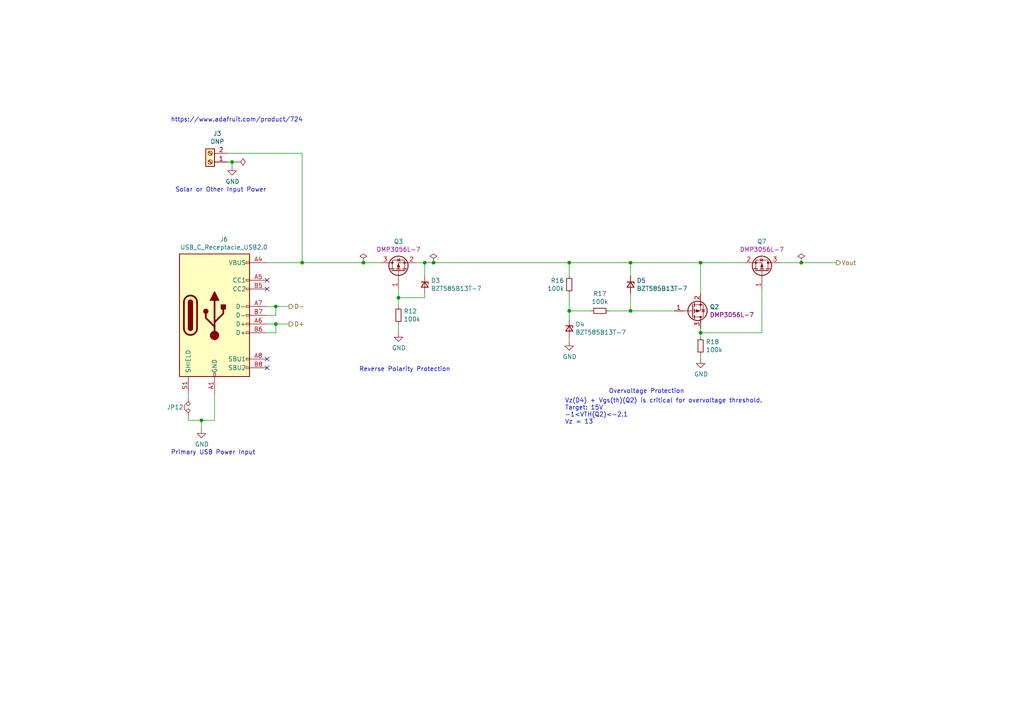
<source format=kicad_sch>
(kicad_sch (version 20210126) (generator eeschema)
  (paper "A4")
  (title_block (title "SuperPower-Leto") (date "2021-01-28") (rev "0.1") (company "SuperPower Team") (comment 1 "Drawn By: Seth Kazarians"))
  (lib_symbols
    (symbol "Connector:Screw_Terminal_01x02" (pin_names (offset 1.016) hide)
      (property "Reference" "J" (at 0 2.54 0))
      (property "Value" "Screw_Terminal_01x02" (at 0 -5.08 0))
      (symbol "Screw_Terminal_01x02_1_1"
        (circle (center 0 -2.54) (radius 0.635) (stroke (width 0.1524)))
        (circle (center 0 0) (radius 0.635) (stroke (width 0.1524)))
        (rectangle (start -1.27 1.27) (end 1.27 -3.81) (stroke (width 0.254)) (fill (type background)))
        (polyline (pts (xy -0.5334 -2.2098) (xy 0.3302 -3.048)) (stroke (width 0.1524)))
        (polyline (pts (xy -0.5334 0.3302) (xy 0.3302 -0.508)) (stroke (width 0.1524)))
        (polyline (pts (xy -0.3556 -2.032) (xy 0.508 -2.8702)) (stroke (width 0.1524)))
        (polyline (pts (xy -0.3556 0.508) (xy 0.508 -0.3302)) (stroke (width 0.1524)))
        (pin passive line (at -5.08 0 0) (length 3.81) (name "Pin_1") (number "1"))
        (pin passive line (at -5.08 -2.54 0) (length 3.81) (name "Pin_2") (number "2"))
      )
    )
    (symbol "Connector:USB_C_Receptacle_USB2.0" (pin_names (offset 1.016))
      (property "Reference" "J" (at -10.16 19.05 0))
      (property "Value" "USB_C_Receptacle_USB2.0" (at 19.05 19.05 0))
      (symbol "USB_C_Receptacle_USB2.0_0_0"
        (rectangle (start -0.254 -17.78) (end 0.254 -16.764))
        (rectangle (start 10.16 -14.986) (end 9.144 -15.494))
        (rectangle (start 10.16 -12.446) (end 9.144 -12.954))
        (rectangle (start 10.16 -4.826) (end 9.144 -5.334))
        (rectangle (start 10.16 -2.286) (end 9.144 -2.794))
        (rectangle (start 10.16 0.254) (end 9.144 -0.254))
        (rectangle (start 10.16 2.794) (end 9.144 2.286))
        (rectangle (start 10.16 7.874) (end 9.144 7.366))
        (rectangle (start 10.16 10.414) (end 9.144 9.906))
        (rectangle (start 10.16 15.494) (end 9.144 14.986))
      )
      (symbol "USB_C_Receptacle_USB2.0_0_1"
        (arc (start -8.89 -3.81) (end -5.08 -3.81) (radius (at -6.985 -3.81) (length 1.905) (angles -179.9 -0.1)) (stroke (width 0.508)))
        (arc (start -7.62 -3.81) (end -6.35 -3.81) (radius (at -6.985 -3.81) (length 0.635) (angles -179.9 -0.1)) (stroke (width 0.254)))
        (arc (start -7.62 -3.81) (end -6.35 -3.81) (radius (at -6.985 -3.81) (length 0.635) (angles -179.9 -0.1)) (stroke (width 0.254)) (fill (type outline)))
        (arc (start -6.35 3.81) (end -7.62 3.81) (radius (at -6.985 3.81) (length 0.635) (angles 0.1 179.9)) (stroke (width 0.254)) (fill (type outline)))
        (arc (start -6.35 3.81) (end -7.62 3.81) (radius (at -6.985 3.81) (length 0.635) (angles 0.1 179.9)) (stroke (width 0.254)))
        (arc (start -5.08 3.81) (end -8.89 3.81) (radius (at -6.985 3.81) (length 1.905) (angles 0.1 179.9)) (stroke (width 0.508)))
        (circle (center -2.54 1.143) (radius 0.635) (stroke (width 0.254)) (fill (type outline)))
        (circle (center 0 -5.842) (radius 1.27) (fill (type outline)))
        (rectangle (start -10.16 17.78) (end 10.16 -17.78) (stroke (width 0.254)) (fill (type background)))
        (rectangle (start -7.62 -3.81) (end -6.35 3.81) (stroke (width 0.254)) (fill (type outline)))
        (rectangle (start 1.905 1.778) (end 3.175 3.048) (stroke (width 0.254)) (fill (type outline)))
        (polyline (pts (xy -8.89 -3.81) (xy -8.89 3.81)) (stroke (width 0.508)))
        (polyline (pts (xy -5.08 3.81) (xy -5.08 -3.81)) (stroke (width 0.508)))
        (polyline (pts (xy 0 -5.842) (xy 0 4.318)) (stroke (width 0.508)))
        (polyline (pts (xy 0 -3.302) (xy -2.54 -0.762) (xy -2.54 0.508)) (stroke (width 0.508)))
        (polyline (pts (xy 0 -2.032) (xy 2.54 0.508) (xy 2.54 1.778)) (stroke (width 0.508)))
        (polyline (pts (xy -1.27 4.318) (xy 0 6.858) (xy 1.27 4.318) (xy -1.27 4.318)) (stroke (width 0.254)) (fill (type outline)))
      )
      (symbol "USB_C_Receptacle_USB2.0_1_1"
        (pin passive line (at 0 -22.86 90) (length 5.08) (name "GND") (number "A1"))
        (pin passive line (at 0 -22.86 90) (length 5.08) hide (name "GND") (number "A12"))
        (pin passive line (at 15.24 15.24 180) (length 5.08) (name "VBUS") (number "A4"))
        (pin bidirectional line (at 15.24 10.16 180) (length 5.08) (name "CC1") (number "A5"))
        (pin bidirectional line (at 15.24 -2.54 180) (length 5.08) (name "D+") (number "A6"))
        (pin bidirectional line (at 15.24 2.54 180) (length 5.08) (name "D-") (number "A7"))
        (pin bidirectional line (at 15.24 -12.7 180) (length 5.08) (name "SBU1") (number "A8"))
        (pin passive line (at 15.24 15.24 180) (length 5.08) hide (name "VBUS") (number "A9"))
        (pin passive line (at 0 -22.86 90) (length 5.08) hide (name "GND") (number "B1"))
        (pin passive line (at 0 -22.86 90) (length 5.08) hide (name "GND") (number "B12"))
        (pin passive line (at 15.24 15.24 180) (length 5.08) hide (name "VBUS") (number "B4"))
        (pin bidirectional line (at 15.24 7.62 180) (length 5.08) (name "CC2") (number "B5"))
        (pin bidirectional line (at 15.24 -5.08 180) (length 5.08) (name "D+") (number "B6"))
        (pin bidirectional line (at 15.24 0 180) (length 5.08) (name "D-") (number "B7"))
        (pin bidirectional line (at 15.24 -15.24 180) (length 5.08) (name "SBU2") (number "B8"))
        (pin passive line (at 15.24 15.24 180) (length 5.08) hide (name "VBUS") (number "B9"))
        (pin passive line (at -7.62 -22.86 90) (length 5.08) (name "SHIELD") (number "S1"))
      )
    )
    (symbol "Device:D_Zener_Small" (pin_numbers hide) (pin_names (offset 0.254) hide)
      (property "Reference" "D" (at 0 2.286 0))
      (property "Value" "D_Zener_Small" (at 0 -2.286 0))
      (symbol "D_Zener_Small_0_1"
        (polyline (pts (xy 0.762 0) (xy -0.762 0)))
        (polyline (pts (xy -0.254 1.016) (xy -0.762 1.016) (xy -0.762 -1.016)) (stroke (width 0.254)))
        (polyline (pts (xy 0.762 1.016) (xy -0.762 0) (xy 0.762 -1.016) (xy 0.762 1.016)) (stroke (width 0.254)))
      )
      (symbol "D_Zener_Small_1_1"
        (pin passive line (at -2.54 0 0) (length 1.778) (name "K") (number "1"))
        (pin passive line (at 2.54 0 180) (length 1.778) (name "A") (number "2"))
      )
    )
    (symbol "Device:Jumper_NC_Small" (pin_numbers hide) (pin_names (offset 0.762) hide)
      (property "Reference" "JP" (at 0 2.032 0))
      (property "Value" "Device_Jumper_NC_Small" (at 0.254 -1.524 0))
      (symbol "Jumper_NC_Small_0_1"
        (arc (start 1.016 0.762) (end -1.016 0.762) (radius (at 0 -0.254) (length 1.4478) (angles 45 135)))
        (circle (center -1.016 0) (radius 0.508))
        (circle (center 1.016 0) (radius 0.508))
        (pin passive line (at -2.54 0 0) (length 1.016) (name "1") (number "1"))
        (pin passive line (at 2.54 0 180) (length 1.016) (name "2") (number "2"))
      )
    )
    (symbol "Device:R_Small" (pin_numbers hide) (pin_names (offset 0.254) hide)
      (property "Reference" "R" (at 0.762 0.508 0))
      (property "Value" "R_Small" (at 0.762 -1.016 0))
      (symbol "R_Small_0_1"
        (rectangle (start -0.762 1.778) (end 0.762 -1.778) (stroke (width 0.2032)))
      )
      (symbol "R_Small_1_1"
        (pin passive line (at 0 2.54 270) (length 0.762) (name "~") (number "1"))
        (pin passive line (at 0 -2.54 90) (length 0.762) (name "~") (number "2"))
      )
    )
    (symbol "Manual_Lib:Q_PMOS_DMP3056L-7_SOT-23" (pin_names (offset 0) hide)
      (property "Reference" "Q" (at 5.08 1.27 0))
      (property "Mfg PN" "DMP3056L-7" (at 8.89 -1.27 0))
      (symbol "Q_PMOS_DMP3056L-7_SOT-23_0_1"
        (circle (center 1.651 0) (radius 2.794) (stroke (width 0.254)))
        (circle (center 2.54 -1.778) (radius 0.254) (fill (type outline)))
        (circle (center 2.54 1.778) (radius 0.254) (fill (type outline)))
        (polyline (pts (xy 0.254 0) (xy -2.54 0)))
        (polyline (pts (xy 0.254 1.905) (xy 0.254 -1.905)) (stroke (width 0.254)))
        (polyline (pts (xy 0.762 -1.27) (xy 0.762 -2.286)) (stroke (width 0.254)))
        (polyline (pts (xy 0.762 0.508) (xy 0.762 -0.508)) (stroke (width 0.254)))
        (polyline (pts (xy 0.762 2.286) (xy 0.762 1.27)) (stroke (width 0.254)))
        (polyline (pts (xy 2.54 2.54) (xy 2.54 1.778)))
        (polyline (pts (xy 2.54 -2.54) (xy 2.54 0) (xy 0.762 0)))
        (polyline (pts (xy 0.762 1.778) (xy 3.302 1.778) (xy 3.302 -1.778) (xy 0.762 -1.778)))
        (polyline (pts (xy 2.286 0) (xy 1.27 0.381) (xy 1.27 -0.381) (xy 2.286 0)) (fill (type outline)))
        (polyline (pts (xy 2.794 -0.508) (xy 2.921 -0.381) (xy 3.683 -0.381) (xy 3.81 -0.254)))
        (polyline (pts (xy 3.302 -0.381) (xy 2.921 0.254) (xy 3.683 0.254) (xy 3.302 -0.381)))
      )
      (symbol "Q_PMOS_DMP3056L-7_SOT-23_1_1"
        (pin input line (at -5.08 0 0) (length 2.54) (name "G") (number "1"))
        (pin passive line (at 2.54 -5.08 90) (length 2.54) (name "S") (number "2"))
        (pin passive line (at 2.54 5.08 270) (length 2.54) (name "D") (number "3"))
      )
    )
    (symbol "power:GND" (power) (pin_names (offset 0))
      (property "Value" "GND" (at 0 -3.81 0))
      (symbol "GND_0_1"
        (polyline (pts (xy 0 0) (xy 0 -1.27) (xy 1.27 -1.27) (xy 0 -2.54) (xy -1.27 -1.27) (xy 0 -1.27)))
      )
      (symbol "GND_1_1"
        (pin power_in line (at 0 0 270) (length 0) hide (name "GND") (number "1"))
      )
    )
    (symbol "power:PWR_FLAG" (power) (pin_numbers hide) (pin_names (offset 0) hide)
      (property "Value" "PWR_FLAG" (at 0 3.81 0))
      (symbol "PWR_FLAG_0_0"
        (pin power_out line (at 0 0 90) (length 0) (name "pwr") (number "1"))
      )
      (symbol "PWR_FLAG_0_1"
        (polyline (pts (xy 0 0) (xy 0 1.27) (xy -1.016 1.905) (xy 0 2.54) (xy 1.016 1.905) (xy 0 1.27)))
      )
    )
  )
  (junction (at 58.42 121.92) (diameter 0.9144))
  (junction (at 67.31 46.99) (diameter 0.9144))
  (junction (at 80.01 88.9) (diameter 0.9144))
  (junction (at 80.01 93.98) (diameter 0.9144))
  (junction (at 87.63 76.2) (diameter 0.9144))
  (junction (at 105.41 76.2) (diameter 0.9144))
  (junction (at 115.57 86.36) (diameter 0.9144))
  (junction (at 123.19 76.2) (diameter 0.9144))
  (junction (at 125.73 76.2) (diameter 0.9144))
  (junction (at 165.1 76.2) (diameter 0.9144))
  (junction (at 165.1 90.17) (diameter 0.9144))
  (junction (at 182.88 76.2) (diameter 0.9144))
  (junction (at 182.88 90.17) (diameter 0.9144))
  (junction (at 203.2 76.2) (diameter 0.9144))
  (junction (at 203.2 96.52) (diameter 0.9144))
  (junction (at 232.41 76.2) (diameter 0.9144))
  (no_connect (at 77.47 81.28))
  (no_connect (at 77.47 83.82))
  (no_connect (at 77.47 104.14))
  (no_connect (at 77.47 106.68))
  (wire (pts (xy 54.61 115.57) (xy 54.61 114.3)))
  (wire (pts (xy 54.61 121.92) (xy 54.61 120.65)))
  (wire (pts (xy 54.61 121.92) (xy 58.42 121.92)))
  (wire (pts (xy 58.42 121.92) (xy 62.23 121.92)))
  (wire (pts (xy 58.42 124.46) (xy 58.42 121.92)))
  (wire (pts (xy 62.23 114.3) (xy 62.23 121.92)))
  (wire (pts (xy 66.04 44.45) (xy 87.63 44.45)))
  (wire (pts (xy 66.04 46.99) (xy 67.31 46.99)))
  (wire (pts (xy 67.31 46.99) (xy 67.31 48.26)))
  (wire (pts (xy 68.58 46.99) (xy 67.31 46.99)))
  (wire (pts (xy 77.47 76.2) (xy 87.63 76.2)))
  (wire (pts (xy 77.47 91.44) (xy 80.01 91.44)))
  (wire (pts (xy 77.47 93.98) (xy 80.01 93.98)))
  (wire (pts (xy 77.47 96.52) (xy 80.01 96.52)))
  (wire (pts (xy 80.01 88.9) (xy 77.47 88.9)))
  (wire (pts (xy 80.01 91.44) (xy 80.01 88.9)))
  (wire (pts (xy 80.01 93.98) (xy 83.82 93.98)))
  (wire (pts (xy 80.01 96.52) (xy 80.01 93.98)))
  (wire (pts (xy 83.82 88.9) (xy 80.01 88.9)))
  (wire (pts (xy 87.63 44.45) (xy 87.63 76.2)))
  (wire (pts (xy 87.63 76.2) (xy 105.41 76.2)))
  (wire (pts (xy 105.41 76.2) (xy 110.49 76.2)))
  (wire (pts (xy 115.57 86.36) (xy 115.57 83.82)))
  (wire (pts (xy 115.57 86.36) (xy 115.57 88.9)))
  (wire (pts (xy 115.57 93.98) (xy 115.57 96.52)))
  (wire (pts (xy 120.65 76.2) (xy 123.19 76.2)))
  (wire (pts (xy 123.19 76.2) (xy 125.73 76.2)))
  (wire (pts (xy 123.19 80.01) (xy 123.19 76.2)))
  (wire (pts (xy 123.19 85.09) (xy 123.19 86.36)))
  (wire (pts (xy 123.19 86.36) (xy 115.57 86.36)))
  (wire (pts (xy 125.73 76.2) (xy 165.1 76.2)))
  (wire (pts (xy 165.1 76.2) (xy 182.88 76.2)))
  (wire (pts (xy 165.1 80.01) (xy 165.1 76.2)))
  (wire (pts (xy 165.1 85.09) (xy 165.1 90.17)))
  (wire (pts (xy 165.1 90.17) (xy 165.1 92.71)))
  (wire (pts (xy 165.1 99.06) (xy 165.1 97.79)))
  (wire (pts (xy 171.45 90.17) (xy 165.1 90.17)))
  (wire (pts (xy 176.53 90.17) (xy 182.88 90.17)))
  (wire (pts (xy 182.88 76.2) (xy 203.2 76.2)))
  (wire (pts (xy 182.88 80.01) (xy 182.88 76.2)))
  (wire (pts (xy 182.88 90.17) (xy 182.88 85.09)))
  (wire (pts (xy 195.58 90.17) (xy 182.88 90.17)))
  (wire (pts (xy 203.2 76.2) (xy 215.9 76.2)))
  (wire (pts (xy 203.2 85.09) (xy 203.2 76.2)))
  (wire (pts (xy 203.2 96.52) (xy 203.2 95.25)))
  (wire (pts (xy 203.2 96.52) (xy 220.98 96.52)))
  (wire (pts (xy 203.2 97.79) (xy 203.2 96.52)))
  (wire (pts (xy 203.2 104.14) (xy 203.2 102.87)))
  (wire (pts (xy 220.98 96.52) (xy 220.98 83.82)))
  (wire (pts (xy 232.41 76.2) (xy 226.06 76.2)))
  (wire (pts (xy 242.57 76.2) (xy 232.41 76.2)))
  (text "https://www.adafruit.com/product/724" (at 49.53 35.56 0) (effects (font (size 1.27 1.27)) (justify left bottom)))
  (text "Primary USB Power Input" (at 49.53 132.08 0) (effects (font (size 1.27 1.27)) (justify left bottom)))
  (text "Solar or Other Input Power" (at 50.8 55.88 0) (effects (font (size 1.27 1.27)) (justify left bottom)))
  (text "Reverse Polarity Protection" (at 104.14 107.95 0) (effects (font (size 1.27 1.27)) (justify left bottom)))
  (text "Vz(D4) + Vgs(th)(Q2) is critical for overvoltage threshold.\nTarget: 15V\n-1<VTH(Q2)<-2.1\nVz = 13" (at 163.83 123.19 0) (effects (font (size 1.27 1.27)) (justify left bottom)))
  (text "Overvoltage Protection" (at 176.53 114.3 0) (effects (font (size 1.27 1.27)) (justify left bottom)))
  (hierarchical_label "D-" (shape output) (at 83.82 88.9 0))
  (hierarchical_label "D+" (shape output) (at 83.82 93.98 0))
  (hierarchical_label "Vout" (shape output) (at 242.57 76.2 0))
  (symbol (lib_id "power:PWR_FLAG") (at 68.58 46.99 270) (unit 1)
    (property "Reference" "#FLG0101" (effects hide))
    (property "Value" "PWR_FLAG" (effects hide))
  )
  (symbol (lib_id "power:PWR_FLAG") (at 105.41 76.2 0) (unit 1)
    (property "Reference" "#FLG0102" (effects hide))
    (property "Value" "PWR_FLAG" (effects hide))
  )
  (symbol (lib_id "power:PWR_FLAG") (at 125.73 76.2 0) (unit 1)
    (property "Reference" "#FLG0106" (effects hide))
    (property "Value" "PWR_FLAG" (effects hide))
  )
  (symbol (lib_id "power:PWR_FLAG") (at 232.41 76.2 0) (unit 1)
    (property "Reference" "#FLG0109" (effects hide))
    (property "Value" "PWR_FLAG" (effects hide))
  )
  (symbol (lib_id "power:GND") (at 58.42 124.46 0) (unit 1)
    (property "Reference" "#PWR0102" (effects hide))
    (property "Value" "GND" (at 58.547 128.8542 0))
  )
  (symbol (lib_id "power:GND") (at 67.31 48.26 0) (unit 1)
    (property "Reference" "#PWR010" (effects hide))
    (property "Value" "GND" (at 67.437 52.6542 0))
  )
  (symbol (lib_id "power:GND") (at 115.57 96.52 0) (unit 1)
    (property "Reference" "#PWR0101" (effects hide))
    (property "Value" "GND" (at 115.697 100.9142 0))
  )
  (symbol (lib_id "power:GND") (at 165.1 99.06 0) (unit 1)
    (property "Reference" "#PWR0109" (effects hide))
    (property "Value" "GND" (at 165.227 103.4542 0))
  )
  (symbol (lib_id "power:GND") (at 203.2 104.14 0) (unit 1)
    (property "Reference" "#PWR0110" (effects hide))
    (property "Value" "GND" (at 203.327 108.5342 0))
  )
  (symbol (lib_id "Device:Jumper_NC_Small") (at 54.61 118.11 90)
    (property "Reference" "JP12" (at 50.8 118.11 90))
    (property "Value" "Jumper_NC_Small" (effects hide))
    (property "Footprint" "Jumper:SolderJumper-2_P1.3mm_Bridged_Pad1.0x1.5mm" (effects hide))
    (property "Mfg" "DNP" (effects hide))
  )
  (symbol (lib_id "Device:R_Small") (at 115.57 91.44 0) (unit 1)
    (property "Reference" "R12" (at 117.0686 90.2716 0) (effects (justify left)))
    (property "Value" "100k" (at 117.0686 92.583 0) (effects (justify left)))
    (property "Footprint" "Resistor_SMD:R_0402_1005Metric" (effects hide))
    (property "Digi-Key PN" "311-100KLRCT-ND" (effects hide))
    (property "Mfg" "Yageo" (effects hide))
    (property "Mfg PN" "RC0402FR-07100KL" (effects hide))
  )
  (symbol (lib_id "Device:R_Small") (at 165.1 82.55 0) (mirror x) (unit 1)
    (property "Reference" "R16" (at 163.6268 81.3816 0) (effects (justify right)))
    (property "Value" "100k" (at 163.6268 83.693 0) (effects (justify right)))
    (property "Footprint" "Resistor_SMD:R_0402_1005Metric" (effects hide))
    (property "Digi-Key PN" "311-100KLRCT-ND" (effects hide))
    (property "Mfg" "Yageo" (effects hide))
    (property "Mfg PN" "RC0402FR-07100KL" (effects hide))
  )
  (symbol (lib_id "Device:R_Small") (at 173.99 90.17 270) (unit 1)
    (property "Reference" "R17" (at 173.99 85.1916 90))
    (property "Value" "100k" (at 173.99 87.503 90))
    (property "Footprint" "Resistor_SMD:R_0402_1005Metric" (effects hide))
    (property "Digi-Key PN" "311-100KLRCT-ND" (effects hide))
    (property "Mfg" "Yageo" (effects hide))
    (property "Mfg PN" "RC0402FR-07100KL" (effects hide))
  )
  (symbol (lib_id "Device:R_Small") (at 203.2 100.33 0) (unit 1)
    (property "Reference" "R18" (at 204.6986 99.1616 0) (effects (justify left)))
    (property "Value" "100k" (at 204.6986 101.473 0) (effects (justify left)))
    (property "Footprint" "Resistor_SMD:R_0402_1005Metric" (effects hide))
    (property "Digi-Key PN" "311-100KLRCT-ND" (effects hide))
    (property "Mfg" "Yageo" (effects hide))
    (property "Mfg PN" "RC0402FR-07100KL" (effects hide))
  )
  (symbol (lib_id "Device:D_Zener_Small") (at 123.19 82.55 270) (unit 1)
    (property "Reference" "D3" (at 124.968 81.3816 90) (effects (justify left)))
    (property "Value" "BZT585B13T-7" (at 124.968 83.693 90) (effects (justify left)))
    (property "Footprint" "Diode_SMD:D_SOD-523" (effects hide))
    (property "Datasheet" "https://www.diodes.com/assets/Datasheets/BZT585BxVxT.pdf" (effects hide))
    (property "Mfg" "Diodes Incorporated" (effects hide))
    (property "Digi-Key PN" "BZT585B13T-7DICT-ND" (effects hide))
    (property "Mfg PN" "BZT585B13T-7" (effects hide))
  )
  (symbol (lib_id "Device:D_Zener_Small") (at 165.1 95.25 270) (unit 1)
    (property "Reference" "D4" (at 166.878 94.0816 90) (effects (justify left)))
    (property "Value" "BZT585B13T-7" (at 166.878 96.393 90) (effects (justify left)))
    (property "Footprint" "Diode_SMD:D_SOD-523" (effects hide))
    (property "Datasheet" "https://www.diodes.com/assets/Datasheets/BZT585BxVxT.pdf" (effects hide))
    (property "Mfg" "Diodes Incorporated" (effects hide))
    (property "Digi-Key PN" "BZT585B13T-7DICT-ND" (effects hide))
    (property "Mfg PN" "BZT585B13T-7" (effects hide))
  )
  (symbol (lib_id "Device:D_Zener_Small") (at 182.88 82.55 270) (unit 1)
    (property "Reference" "D5" (at 184.658 81.3816 90) (effects (justify left)))
    (property "Value" "BZT585B13T-7" (at 184.658 83.693 90) (effects (justify left)))
    (property "Footprint" "Diode_SMD:D_SOD-523" (effects hide))
    (property "Datasheet" "https://www.diodes.com/assets/Datasheets/BZT585BxVxT.pdf" (effects hide))
    (property "Mfg" "Diodes Incorporated" (effects hide))
    (property "Mfg PN" "BZT585B13T-7" (effects hide))
    (property "Digi-Key PN" "BZT585B13T-7DICT-ND" (effects hide))
  )
  (symbol (lib_id "Connector:Screw_Terminal_01x02") (at 60.96 46.99 180) (unit 1)
    (property "Reference" "J3" (at 63.0428 38.735 0))
    (property "Value" "DNP" (at 63.0428 41.0464 0))
    (property "Footprint" "TerminalBlock_4Ucon:TerminalBlock_4Ucon_1x02_P3.50mm_Horizontal" (effects hide))
    (property "Datasheet" "https://www.adafruit.com/product/724" (effects hide))
    (property "Mfg" "Adafruit" (effects hide))
    (property "Mfg PN" "724" (effects hide))
  )
  (symbol (lib_id "Manual_Lib:Q_PMOS_DMP3056L-7_SOT-23") (at 115.57 78.74 90) (unit 1)
    (property "Reference" "Q3" (at 115.57 70.0532 90))
    (property "Value" "Q_PMOS_DMP3056L-7_SOT-23" (effects hide))
    (property "Footprint" "Package_TO_SOT_SMD:SOT-23" (effects hide))
    (property "Datasheet" "https://www.diodes.com/assets/Datasheets/DMP3056L.pdf" (effects hide))
    (property "Mfg" "Diodes Incorporated" (effects hide))
    (property "Mfg PN" "DMP3056L-7" (at 115.57 72.3646 90))
    (property "Digi-Key PN" "DMP3056L-7DICT-ND" (effects hide))
  )
  (symbol (lib_id "Manual_Lib:Q_PMOS_DMP3056L-7_SOT-23") (at 200.66 90.17 0) (mirror x) (unit 1)
    (property "Reference" "Q2" (at 205.8416 89.0016 0) (effects (justify left)))
    (property "Value" "Q_PMOS_DMP3056L-7_SOT-23" (effects hide))
    (property "Footprint" "Package_TO_SOT_SMD:SOT-23" (effects hide))
    (property "Datasheet" "https://www.diodes.com/assets/Datasheets/DMP3056L.pdf" (effects hide))
    (property "Mfg" "Diodes Incorporated" (effects hide))
    (property "Mfg PN" "DMP3056L-7" (at 205.8416 91.313 0) (effects (justify left)))
    (property "Digi-Key PN" "DMP3056L-7DICT-ND" (effects hide))
  )
  (symbol (lib_id "Manual_Lib:Q_PMOS_DMP3056L-7_SOT-23") (at 220.98 78.74 270) (mirror x) (unit 1)
    (property "Reference" "Q7" (at 220.98 70.0532 90))
    (property "Value" "Q_PMOS_DMP3056L-7_SOT-23" (effects hide))
    (property "Footprint" "Package_TO_SOT_SMD:SOT-23" (effects hide))
    (property "Datasheet" "https://www.diodes.com/assets/Datasheets/DMP3056L.pdf" (effects hide))
    (property "Mfg" "Diodes Incorporated" (effects hide))
    (property "Mfg PN" "DMP3056L-7" (at 220.98 72.3646 90))
    (property "Digi-Key PN" "DMP3056L-7DICT-ND" (effects hide))
  )
  (symbol (lib_id "Connector:USB_C_Receptacle_USB2.0") (at 62.23 91.44 0) (unit 1)
    (property "Reference" "J6" (at 64.9478 69.4182 0))
    (property "Value" "USB_C_Receptacle_USB2.0" (at 64.9478 71.7296 0))
    (property "Footprint" "Connector_USB:USB_C_Receptacle_HRO_TYPE-C-31-M-12" (effects hide))
    (property "Datasheet" "https://datasheet.lcsc.com/szlcsc/1811131825_Korean-Hroparts-Elec-TYPE-C-31-M-12_C165948.pdf" (effects hide))
    (property "Mfg" "Korean Hroparts Elec" (effects hide))
    (property "Mfg PN" "TYPE-C-31-M-12" (effects hide))
  )
)
</source>
